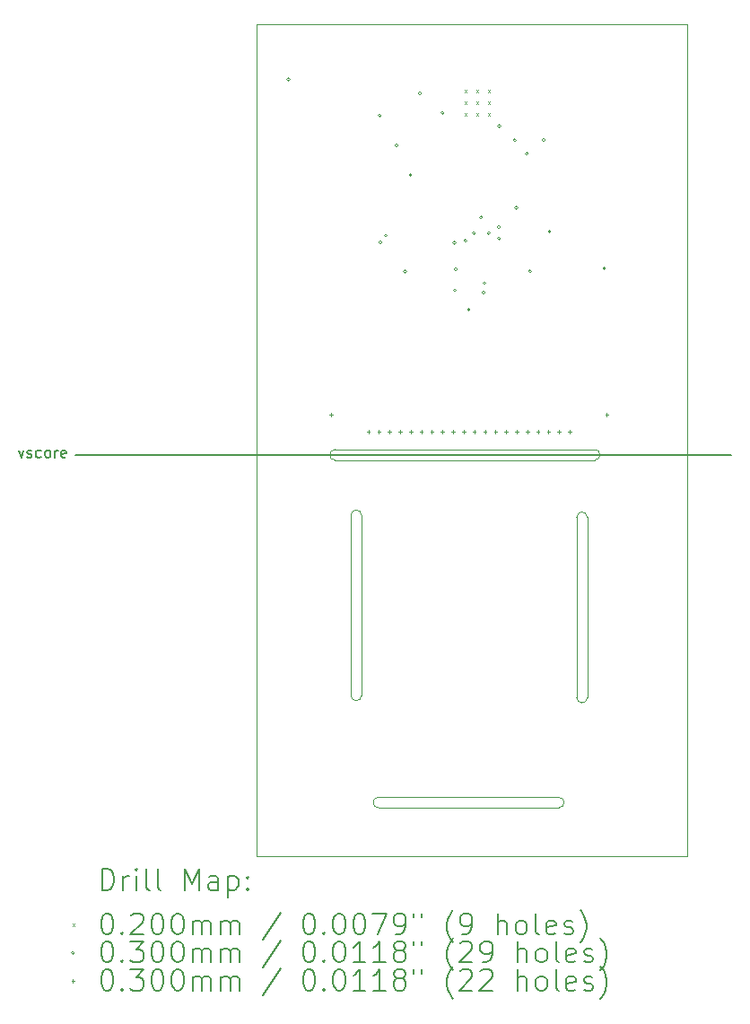
<source format=gbr>
%FSLAX45Y45*%
G04 Gerber Fmt 4.5, Leading zero omitted, Abs format (unit mm)*
G04 Created by KiCad (PCBNEW (6.0.5)) date 2022-06-13 12:49:53*
%MOMM*%
%LPD*%
G01*
G04 APERTURE LIST*
%TA.AperFunction,Profile*%
%ADD10C,0.100000*%
%TD*%
%ADD11C,0.150000*%
%TA.AperFunction,Profile*%
%ADD12C,0.150000*%
%TD*%
%ADD13C,0.200000*%
%ADD14C,0.020000*%
%ADD15C,0.030000*%
G04 APERTURE END LIST*
D10*
X11260000Y-12460000D02*
G75*
G03*
X11260000Y-12360000I0J50000D01*
G01*
X9560000Y-12360000D02*
G75*
G03*
X9560000Y-12460000I0J-50000D01*
G01*
X9560000Y-12360000D02*
X11260000Y-12360000D01*
X11260000Y-12460000D02*
X9560000Y-12460000D01*
X11530000Y-9720000D02*
G75*
G03*
X11430000Y-9720000I-50000J0D01*
G01*
X11430000Y-11420000D02*
G75*
G03*
X11530000Y-11420000I50000J0D01*
G01*
X11430000Y-11420000D02*
X11430000Y-9720000D01*
X11530000Y-9720000D02*
X11530000Y-11420000D01*
X9400000Y-9700000D02*
G75*
G03*
X9300000Y-9700000I-50000J0D01*
G01*
X9300000Y-11400000D02*
X9300000Y-9700000D01*
X9400000Y-9700000D02*
X9400000Y-11400000D01*
X9300000Y-11400000D02*
G75*
G03*
X9400000Y-11400000I50000J0D01*
G01*
X9150000Y-9080000D02*
G75*
G03*
X9150000Y-9180000I0J-50000D01*
G01*
X11600000Y-9180000D02*
G75*
G03*
X11600000Y-9080000I0J50000D01*
G01*
X11600000Y-9180000D02*
X9150000Y-9180000D01*
X9150000Y-9080000D02*
X11600000Y-9080000D01*
D11*
X6163809Y-9088571D02*
X6187619Y-9155238D01*
X6211428Y-9088571D01*
X6244762Y-9150476D02*
X6254286Y-9155238D01*
X6273333Y-9155238D01*
X6282857Y-9150476D01*
X6287619Y-9140952D01*
X6287619Y-9136190D01*
X6282857Y-9126667D01*
X6273333Y-9121905D01*
X6259048Y-9121905D01*
X6249524Y-9117143D01*
X6244762Y-9107619D01*
X6244762Y-9102857D01*
X6249524Y-9093333D01*
X6259048Y-9088571D01*
X6273333Y-9088571D01*
X6282857Y-9093333D01*
X6373333Y-9150476D02*
X6363809Y-9155238D01*
X6344762Y-9155238D01*
X6335238Y-9150476D01*
X6330476Y-9145714D01*
X6325714Y-9136190D01*
X6325714Y-9107619D01*
X6330476Y-9098095D01*
X6335238Y-9093333D01*
X6344762Y-9088571D01*
X6363809Y-9088571D01*
X6373333Y-9093333D01*
X6430476Y-9155238D02*
X6420952Y-9150476D01*
X6416190Y-9145714D01*
X6411428Y-9136190D01*
X6411428Y-9107619D01*
X6416190Y-9098095D01*
X6420952Y-9093333D01*
X6430476Y-9088571D01*
X6444762Y-9088571D01*
X6454286Y-9093333D01*
X6459048Y-9098095D01*
X6463809Y-9107619D01*
X6463809Y-9136190D01*
X6459048Y-9145714D01*
X6454286Y-9150476D01*
X6444762Y-9155238D01*
X6430476Y-9155238D01*
X6506667Y-9155238D02*
X6506667Y-9088571D01*
X6506667Y-9107619D02*
X6511428Y-9098095D01*
X6516190Y-9093333D01*
X6525714Y-9088571D01*
X6535238Y-9088571D01*
X6606667Y-9150476D02*
X6597143Y-9155238D01*
X6578095Y-9155238D01*
X6568571Y-9150476D01*
X6563809Y-9140952D01*
X6563809Y-9102857D01*
X6568571Y-9093333D01*
X6578095Y-9088571D01*
X6597143Y-9088571D01*
X6606667Y-9093333D01*
X6611428Y-9102857D01*
X6611428Y-9112381D01*
X6563809Y-9121905D01*
D12*
X12890000Y-9130000D02*
X6700000Y-9130000D01*
D10*
X8410000Y-5070000D02*
X12470000Y-5070000D01*
X12470000Y-5070000D02*
X12470000Y-12920000D01*
X12470000Y-12920000D02*
X8410000Y-12920000D01*
X8410000Y-12920000D02*
X8410000Y-5070000D01*
D13*
D14*
X10370000Y-5690000D02*
X10390000Y-5710000D01*
X10390000Y-5690000D02*
X10370000Y-5710000D01*
X10370000Y-5800000D02*
X10390000Y-5820000D01*
X10390000Y-5800000D02*
X10370000Y-5820000D01*
X10370000Y-5910000D02*
X10390000Y-5930000D01*
X10390000Y-5910000D02*
X10370000Y-5930000D01*
X10480000Y-5690000D02*
X10500000Y-5710000D01*
X10500000Y-5690000D02*
X10480000Y-5710000D01*
X10480000Y-5800000D02*
X10500000Y-5820000D01*
X10500000Y-5800000D02*
X10480000Y-5820000D01*
X10480000Y-5910000D02*
X10500000Y-5930000D01*
X10500000Y-5910000D02*
X10480000Y-5930000D01*
X10590000Y-5690000D02*
X10610000Y-5710000D01*
X10610000Y-5690000D02*
X10590000Y-5710000D01*
X10590000Y-5800000D02*
X10610000Y-5820000D01*
X10610000Y-5800000D02*
X10590000Y-5820000D01*
X10590000Y-5910000D02*
X10610000Y-5930000D01*
X10610000Y-5910000D02*
X10590000Y-5930000D01*
D15*
X8725050Y-5590000D02*
G75*
G03*
X8725050Y-5590000I-15000J0D01*
G01*
X9585000Y-5930000D02*
G75*
G03*
X9585000Y-5930000I-15000J0D01*
G01*
X9593143Y-7125201D02*
G75*
G03*
X9593143Y-7125201I-15000J0D01*
G01*
X9642609Y-7062391D02*
G75*
G03*
X9642609Y-7062391I-15000J0D01*
G01*
X9745000Y-6210000D02*
G75*
G03*
X9745000Y-6210000I-15000J0D01*
G01*
X9825000Y-7400000D02*
G75*
G03*
X9825000Y-7400000I-15000J0D01*
G01*
X9875000Y-6490000D02*
G75*
G03*
X9875000Y-6490000I-15000J0D01*
G01*
X9965000Y-5720000D02*
G75*
G03*
X9965000Y-5720000I-15000J0D01*
G01*
X10179950Y-5905084D02*
G75*
G03*
X10179950Y-5905084I-15000J0D01*
G01*
X10290848Y-7129370D02*
G75*
G03*
X10290848Y-7129370I-15000J0D01*
G01*
X10295000Y-7577550D02*
G75*
G03*
X10295000Y-7577550I-15000J0D01*
G01*
X10305000Y-7379851D02*
G75*
G03*
X10305000Y-7379851I-15000J0D01*
G01*
X10395000Y-7110000D02*
G75*
G03*
X10395000Y-7110000I-15000J0D01*
G01*
X10425000Y-7760000D02*
G75*
G03*
X10425000Y-7760000I-15000J0D01*
G01*
X10475000Y-7040000D02*
G75*
G03*
X10475000Y-7040000I-15000J0D01*
G01*
X10544853Y-6890147D02*
G75*
G03*
X10544853Y-6890147I-15000J0D01*
G01*
X10565000Y-7600000D02*
G75*
G03*
X10565000Y-7600000I-15000J0D01*
G01*
X10575000Y-7510000D02*
G75*
G03*
X10575000Y-7510000I-15000J0D01*
G01*
X10615000Y-7040000D02*
G75*
G03*
X10615000Y-7040000I-15000J0D01*
G01*
X10710949Y-7088511D02*
G75*
G03*
X10710949Y-7088511I-15000J0D01*
G01*
X10711071Y-6982394D02*
G75*
G03*
X10711071Y-6982394I-15000J0D01*
G01*
X10715000Y-6030000D02*
G75*
G03*
X10715000Y-6030000I-15000J0D01*
G01*
X10859950Y-6160964D02*
G75*
G03*
X10859950Y-6160964I-15000J0D01*
G01*
X10875000Y-6800000D02*
G75*
G03*
X10875000Y-6800000I-15000J0D01*
G01*
X10975000Y-6290000D02*
G75*
G03*
X10975000Y-6290000I-15000J0D01*
G01*
X11005000Y-7400000D02*
G75*
G03*
X11005000Y-7400000I-15000J0D01*
G01*
X11135000Y-6160000D02*
G75*
G03*
X11135000Y-6160000I-15000J0D01*
G01*
X11187808Y-7022808D02*
G75*
G03*
X11187808Y-7022808I-15000J0D01*
G01*
X11705000Y-7370000D02*
G75*
G03*
X11705000Y-7370000I-15000J0D01*
G01*
X9114000Y-8735000D02*
X9114000Y-8765000D01*
X9099000Y-8750000D02*
X9129000Y-8750000D01*
X9464000Y-8895000D02*
X9464000Y-8925000D01*
X9449000Y-8910000D02*
X9479000Y-8910000D01*
X9564000Y-8895000D02*
X9564000Y-8925000D01*
X9549000Y-8910000D02*
X9579000Y-8910000D01*
X9664000Y-8895000D02*
X9664000Y-8925000D01*
X9649000Y-8910000D02*
X9679000Y-8910000D01*
X9764000Y-8895000D02*
X9764000Y-8925000D01*
X9749000Y-8910000D02*
X9779000Y-8910000D01*
X9864000Y-8895000D02*
X9864000Y-8925000D01*
X9849000Y-8910000D02*
X9879000Y-8910000D01*
X9964000Y-8895000D02*
X9964000Y-8925000D01*
X9949000Y-8910000D02*
X9979000Y-8910000D01*
X10064000Y-8895000D02*
X10064000Y-8925000D01*
X10049000Y-8910000D02*
X10079000Y-8910000D01*
X10164000Y-8895000D02*
X10164000Y-8925000D01*
X10149000Y-8910000D02*
X10179000Y-8910000D01*
X10264000Y-8895000D02*
X10264000Y-8925000D01*
X10249000Y-8910000D02*
X10279000Y-8910000D01*
X10364000Y-8895000D02*
X10364000Y-8925000D01*
X10349000Y-8910000D02*
X10379000Y-8910000D01*
X10464000Y-8895000D02*
X10464000Y-8925000D01*
X10449000Y-8910000D02*
X10479000Y-8910000D01*
X10564000Y-8895000D02*
X10564000Y-8925000D01*
X10549000Y-8910000D02*
X10579000Y-8910000D01*
X10664000Y-8895000D02*
X10664000Y-8925000D01*
X10649000Y-8910000D02*
X10679000Y-8910000D01*
X10764000Y-8895000D02*
X10764000Y-8925000D01*
X10749000Y-8910000D02*
X10779000Y-8910000D01*
X10864000Y-8895000D02*
X10864000Y-8925000D01*
X10849000Y-8910000D02*
X10879000Y-8910000D01*
X10964000Y-8895000D02*
X10964000Y-8925000D01*
X10949000Y-8910000D02*
X10979000Y-8910000D01*
X11064000Y-8895000D02*
X11064000Y-8925000D01*
X11049000Y-8910000D02*
X11079000Y-8910000D01*
X11164000Y-8895000D02*
X11164000Y-8925000D01*
X11149000Y-8910000D02*
X11179000Y-8910000D01*
X11264000Y-8895000D02*
X11264000Y-8925000D01*
X11249000Y-8910000D02*
X11279000Y-8910000D01*
X11364000Y-8895000D02*
X11364000Y-8925000D01*
X11349000Y-8910000D02*
X11379000Y-8910000D01*
X11714000Y-8735000D02*
X11714000Y-8765000D01*
X11699000Y-8750000D02*
X11729000Y-8750000D01*
D13*
X6950119Y-13235476D02*
X6950119Y-13035476D01*
X6997738Y-13035476D01*
X7026309Y-13045000D01*
X7045357Y-13064048D01*
X7054881Y-13083095D01*
X7064405Y-13121190D01*
X7064405Y-13149762D01*
X7054881Y-13187857D01*
X7045357Y-13206905D01*
X7026309Y-13225952D01*
X6997738Y-13235476D01*
X6950119Y-13235476D01*
X7150119Y-13235476D02*
X7150119Y-13102143D01*
X7150119Y-13140238D02*
X7159643Y-13121190D01*
X7169167Y-13111667D01*
X7188214Y-13102143D01*
X7207262Y-13102143D01*
X7273928Y-13235476D02*
X7273928Y-13102143D01*
X7273928Y-13035476D02*
X7264405Y-13045000D01*
X7273928Y-13054524D01*
X7283452Y-13045000D01*
X7273928Y-13035476D01*
X7273928Y-13054524D01*
X7397738Y-13235476D02*
X7378690Y-13225952D01*
X7369167Y-13206905D01*
X7369167Y-13035476D01*
X7502500Y-13235476D02*
X7483452Y-13225952D01*
X7473928Y-13206905D01*
X7473928Y-13035476D01*
X7731071Y-13235476D02*
X7731071Y-13035476D01*
X7797738Y-13178333D01*
X7864405Y-13035476D01*
X7864405Y-13235476D01*
X8045357Y-13235476D02*
X8045357Y-13130714D01*
X8035833Y-13111667D01*
X8016786Y-13102143D01*
X7978690Y-13102143D01*
X7959643Y-13111667D01*
X8045357Y-13225952D02*
X8026309Y-13235476D01*
X7978690Y-13235476D01*
X7959643Y-13225952D01*
X7950119Y-13206905D01*
X7950119Y-13187857D01*
X7959643Y-13168809D01*
X7978690Y-13159286D01*
X8026309Y-13159286D01*
X8045357Y-13149762D01*
X8140595Y-13102143D02*
X8140595Y-13302143D01*
X8140595Y-13111667D02*
X8159643Y-13102143D01*
X8197738Y-13102143D01*
X8216786Y-13111667D01*
X8226309Y-13121190D01*
X8235833Y-13140238D01*
X8235833Y-13197381D01*
X8226309Y-13216428D01*
X8216786Y-13225952D01*
X8197738Y-13235476D01*
X8159643Y-13235476D01*
X8140595Y-13225952D01*
X8321548Y-13216428D02*
X8331071Y-13225952D01*
X8321548Y-13235476D01*
X8312024Y-13225952D01*
X8321548Y-13216428D01*
X8321548Y-13235476D01*
X8321548Y-13111667D02*
X8331071Y-13121190D01*
X8321548Y-13130714D01*
X8312024Y-13121190D01*
X8321548Y-13111667D01*
X8321548Y-13130714D01*
D14*
X6672500Y-13555000D02*
X6692500Y-13575000D01*
X6692500Y-13555000D02*
X6672500Y-13575000D01*
D13*
X6988214Y-13455476D02*
X7007262Y-13455476D01*
X7026309Y-13465000D01*
X7035833Y-13474524D01*
X7045357Y-13493571D01*
X7054881Y-13531667D01*
X7054881Y-13579286D01*
X7045357Y-13617381D01*
X7035833Y-13636428D01*
X7026309Y-13645952D01*
X7007262Y-13655476D01*
X6988214Y-13655476D01*
X6969167Y-13645952D01*
X6959643Y-13636428D01*
X6950119Y-13617381D01*
X6940595Y-13579286D01*
X6940595Y-13531667D01*
X6950119Y-13493571D01*
X6959643Y-13474524D01*
X6969167Y-13465000D01*
X6988214Y-13455476D01*
X7140595Y-13636428D02*
X7150119Y-13645952D01*
X7140595Y-13655476D01*
X7131071Y-13645952D01*
X7140595Y-13636428D01*
X7140595Y-13655476D01*
X7226309Y-13474524D02*
X7235833Y-13465000D01*
X7254881Y-13455476D01*
X7302500Y-13455476D01*
X7321548Y-13465000D01*
X7331071Y-13474524D01*
X7340595Y-13493571D01*
X7340595Y-13512619D01*
X7331071Y-13541190D01*
X7216786Y-13655476D01*
X7340595Y-13655476D01*
X7464405Y-13455476D02*
X7483452Y-13455476D01*
X7502500Y-13465000D01*
X7512024Y-13474524D01*
X7521548Y-13493571D01*
X7531071Y-13531667D01*
X7531071Y-13579286D01*
X7521548Y-13617381D01*
X7512024Y-13636428D01*
X7502500Y-13645952D01*
X7483452Y-13655476D01*
X7464405Y-13655476D01*
X7445357Y-13645952D01*
X7435833Y-13636428D01*
X7426309Y-13617381D01*
X7416786Y-13579286D01*
X7416786Y-13531667D01*
X7426309Y-13493571D01*
X7435833Y-13474524D01*
X7445357Y-13465000D01*
X7464405Y-13455476D01*
X7654881Y-13455476D02*
X7673928Y-13455476D01*
X7692976Y-13465000D01*
X7702500Y-13474524D01*
X7712024Y-13493571D01*
X7721548Y-13531667D01*
X7721548Y-13579286D01*
X7712024Y-13617381D01*
X7702500Y-13636428D01*
X7692976Y-13645952D01*
X7673928Y-13655476D01*
X7654881Y-13655476D01*
X7635833Y-13645952D01*
X7626309Y-13636428D01*
X7616786Y-13617381D01*
X7607262Y-13579286D01*
X7607262Y-13531667D01*
X7616786Y-13493571D01*
X7626309Y-13474524D01*
X7635833Y-13465000D01*
X7654881Y-13455476D01*
X7807262Y-13655476D02*
X7807262Y-13522143D01*
X7807262Y-13541190D02*
X7816786Y-13531667D01*
X7835833Y-13522143D01*
X7864405Y-13522143D01*
X7883452Y-13531667D01*
X7892976Y-13550714D01*
X7892976Y-13655476D01*
X7892976Y-13550714D02*
X7902500Y-13531667D01*
X7921548Y-13522143D01*
X7950119Y-13522143D01*
X7969167Y-13531667D01*
X7978690Y-13550714D01*
X7978690Y-13655476D01*
X8073928Y-13655476D02*
X8073928Y-13522143D01*
X8073928Y-13541190D02*
X8083452Y-13531667D01*
X8102500Y-13522143D01*
X8131071Y-13522143D01*
X8150119Y-13531667D01*
X8159643Y-13550714D01*
X8159643Y-13655476D01*
X8159643Y-13550714D02*
X8169167Y-13531667D01*
X8188214Y-13522143D01*
X8216786Y-13522143D01*
X8235833Y-13531667D01*
X8245357Y-13550714D01*
X8245357Y-13655476D01*
X8635833Y-13445952D02*
X8464405Y-13703095D01*
X8892976Y-13455476D02*
X8912024Y-13455476D01*
X8931071Y-13465000D01*
X8940595Y-13474524D01*
X8950119Y-13493571D01*
X8959643Y-13531667D01*
X8959643Y-13579286D01*
X8950119Y-13617381D01*
X8940595Y-13636428D01*
X8931071Y-13645952D01*
X8912024Y-13655476D01*
X8892976Y-13655476D01*
X8873929Y-13645952D01*
X8864405Y-13636428D01*
X8854881Y-13617381D01*
X8845357Y-13579286D01*
X8845357Y-13531667D01*
X8854881Y-13493571D01*
X8864405Y-13474524D01*
X8873929Y-13465000D01*
X8892976Y-13455476D01*
X9045357Y-13636428D02*
X9054881Y-13645952D01*
X9045357Y-13655476D01*
X9035833Y-13645952D01*
X9045357Y-13636428D01*
X9045357Y-13655476D01*
X9178690Y-13455476D02*
X9197738Y-13455476D01*
X9216786Y-13465000D01*
X9226310Y-13474524D01*
X9235833Y-13493571D01*
X9245357Y-13531667D01*
X9245357Y-13579286D01*
X9235833Y-13617381D01*
X9226310Y-13636428D01*
X9216786Y-13645952D01*
X9197738Y-13655476D01*
X9178690Y-13655476D01*
X9159643Y-13645952D01*
X9150119Y-13636428D01*
X9140595Y-13617381D01*
X9131071Y-13579286D01*
X9131071Y-13531667D01*
X9140595Y-13493571D01*
X9150119Y-13474524D01*
X9159643Y-13465000D01*
X9178690Y-13455476D01*
X9369167Y-13455476D02*
X9388214Y-13455476D01*
X9407262Y-13465000D01*
X9416786Y-13474524D01*
X9426310Y-13493571D01*
X9435833Y-13531667D01*
X9435833Y-13579286D01*
X9426310Y-13617381D01*
X9416786Y-13636428D01*
X9407262Y-13645952D01*
X9388214Y-13655476D01*
X9369167Y-13655476D01*
X9350119Y-13645952D01*
X9340595Y-13636428D01*
X9331071Y-13617381D01*
X9321548Y-13579286D01*
X9321548Y-13531667D01*
X9331071Y-13493571D01*
X9340595Y-13474524D01*
X9350119Y-13465000D01*
X9369167Y-13455476D01*
X9502500Y-13455476D02*
X9635833Y-13455476D01*
X9550119Y-13655476D01*
X9721548Y-13655476D02*
X9759643Y-13655476D01*
X9778690Y-13645952D01*
X9788214Y-13636428D01*
X9807262Y-13607857D01*
X9816786Y-13569762D01*
X9816786Y-13493571D01*
X9807262Y-13474524D01*
X9797738Y-13465000D01*
X9778690Y-13455476D01*
X9740595Y-13455476D01*
X9721548Y-13465000D01*
X9712024Y-13474524D01*
X9702500Y-13493571D01*
X9702500Y-13541190D01*
X9712024Y-13560238D01*
X9721548Y-13569762D01*
X9740595Y-13579286D01*
X9778690Y-13579286D01*
X9797738Y-13569762D01*
X9807262Y-13560238D01*
X9816786Y-13541190D01*
X9892976Y-13455476D02*
X9892976Y-13493571D01*
X9969167Y-13455476D02*
X9969167Y-13493571D01*
X10264405Y-13731667D02*
X10254881Y-13722143D01*
X10235833Y-13693571D01*
X10226310Y-13674524D01*
X10216786Y-13645952D01*
X10207262Y-13598333D01*
X10207262Y-13560238D01*
X10216786Y-13512619D01*
X10226310Y-13484048D01*
X10235833Y-13465000D01*
X10254881Y-13436428D01*
X10264405Y-13426905D01*
X10350119Y-13655476D02*
X10388214Y-13655476D01*
X10407262Y-13645952D01*
X10416786Y-13636428D01*
X10435833Y-13607857D01*
X10445357Y-13569762D01*
X10445357Y-13493571D01*
X10435833Y-13474524D01*
X10426310Y-13465000D01*
X10407262Y-13455476D01*
X10369167Y-13455476D01*
X10350119Y-13465000D01*
X10340595Y-13474524D01*
X10331071Y-13493571D01*
X10331071Y-13541190D01*
X10340595Y-13560238D01*
X10350119Y-13569762D01*
X10369167Y-13579286D01*
X10407262Y-13579286D01*
X10426310Y-13569762D01*
X10435833Y-13560238D01*
X10445357Y-13541190D01*
X10683452Y-13655476D02*
X10683452Y-13455476D01*
X10769167Y-13655476D02*
X10769167Y-13550714D01*
X10759643Y-13531667D01*
X10740595Y-13522143D01*
X10712024Y-13522143D01*
X10692976Y-13531667D01*
X10683452Y-13541190D01*
X10892976Y-13655476D02*
X10873929Y-13645952D01*
X10864405Y-13636428D01*
X10854881Y-13617381D01*
X10854881Y-13560238D01*
X10864405Y-13541190D01*
X10873929Y-13531667D01*
X10892976Y-13522143D01*
X10921548Y-13522143D01*
X10940595Y-13531667D01*
X10950119Y-13541190D01*
X10959643Y-13560238D01*
X10959643Y-13617381D01*
X10950119Y-13636428D01*
X10940595Y-13645952D01*
X10921548Y-13655476D01*
X10892976Y-13655476D01*
X11073929Y-13655476D02*
X11054881Y-13645952D01*
X11045357Y-13626905D01*
X11045357Y-13455476D01*
X11226309Y-13645952D02*
X11207262Y-13655476D01*
X11169167Y-13655476D01*
X11150119Y-13645952D01*
X11140595Y-13626905D01*
X11140595Y-13550714D01*
X11150119Y-13531667D01*
X11169167Y-13522143D01*
X11207262Y-13522143D01*
X11226309Y-13531667D01*
X11235833Y-13550714D01*
X11235833Y-13569762D01*
X11140595Y-13588809D01*
X11312024Y-13645952D02*
X11331071Y-13655476D01*
X11369167Y-13655476D01*
X11388214Y-13645952D01*
X11397738Y-13626905D01*
X11397738Y-13617381D01*
X11388214Y-13598333D01*
X11369167Y-13588809D01*
X11340595Y-13588809D01*
X11321548Y-13579286D01*
X11312024Y-13560238D01*
X11312024Y-13550714D01*
X11321548Y-13531667D01*
X11340595Y-13522143D01*
X11369167Y-13522143D01*
X11388214Y-13531667D01*
X11464405Y-13731667D02*
X11473928Y-13722143D01*
X11492976Y-13693571D01*
X11502500Y-13674524D01*
X11512024Y-13645952D01*
X11521548Y-13598333D01*
X11521548Y-13560238D01*
X11512024Y-13512619D01*
X11502500Y-13484048D01*
X11492976Y-13465000D01*
X11473928Y-13436428D01*
X11464405Y-13426905D01*
D15*
X6692500Y-13829000D02*
G75*
G03*
X6692500Y-13829000I-15000J0D01*
G01*
D13*
X6988214Y-13719476D02*
X7007262Y-13719476D01*
X7026309Y-13729000D01*
X7035833Y-13738524D01*
X7045357Y-13757571D01*
X7054881Y-13795667D01*
X7054881Y-13843286D01*
X7045357Y-13881381D01*
X7035833Y-13900428D01*
X7026309Y-13909952D01*
X7007262Y-13919476D01*
X6988214Y-13919476D01*
X6969167Y-13909952D01*
X6959643Y-13900428D01*
X6950119Y-13881381D01*
X6940595Y-13843286D01*
X6940595Y-13795667D01*
X6950119Y-13757571D01*
X6959643Y-13738524D01*
X6969167Y-13729000D01*
X6988214Y-13719476D01*
X7140595Y-13900428D02*
X7150119Y-13909952D01*
X7140595Y-13919476D01*
X7131071Y-13909952D01*
X7140595Y-13900428D01*
X7140595Y-13919476D01*
X7216786Y-13719476D02*
X7340595Y-13719476D01*
X7273928Y-13795667D01*
X7302500Y-13795667D01*
X7321548Y-13805190D01*
X7331071Y-13814714D01*
X7340595Y-13833762D01*
X7340595Y-13881381D01*
X7331071Y-13900428D01*
X7321548Y-13909952D01*
X7302500Y-13919476D01*
X7245357Y-13919476D01*
X7226309Y-13909952D01*
X7216786Y-13900428D01*
X7464405Y-13719476D02*
X7483452Y-13719476D01*
X7502500Y-13729000D01*
X7512024Y-13738524D01*
X7521548Y-13757571D01*
X7531071Y-13795667D01*
X7531071Y-13843286D01*
X7521548Y-13881381D01*
X7512024Y-13900428D01*
X7502500Y-13909952D01*
X7483452Y-13919476D01*
X7464405Y-13919476D01*
X7445357Y-13909952D01*
X7435833Y-13900428D01*
X7426309Y-13881381D01*
X7416786Y-13843286D01*
X7416786Y-13795667D01*
X7426309Y-13757571D01*
X7435833Y-13738524D01*
X7445357Y-13729000D01*
X7464405Y-13719476D01*
X7654881Y-13719476D02*
X7673928Y-13719476D01*
X7692976Y-13729000D01*
X7702500Y-13738524D01*
X7712024Y-13757571D01*
X7721548Y-13795667D01*
X7721548Y-13843286D01*
X7712024Y-13881381D01*
X7702500Y-13900428D01*
X7692976Y-13909952D01*
X7673928Y-13919476D01*
X7654881Y-13919476D01*
X7635833Y-13909952D01*
X7626309Y-13900428D01*
X7616786Y-13881381D01*
X7607262Y-13843286D01*
X7607262Y-13795667D01*
X7616786Y-13757571D01*
X7626309Y-13738524D01*
X7635833Y-13729000D01*
X7654881Y-13719476D01*
X7807262Y-13919476D02*
X7807262Y-13786143D01*
X7807262Y-13805190D02*
X7816786Y-13795667D01*
X7835833Y-13786143D01*
X7864405Y-13786143D01*
X7883452Y-13795667D01*
X7892976Y-13814714D01*
X7892976Y-13919476D01*
X7892976Y-13814714D02*
X7902500Y-13795667D01*
X7921548Y-13786143D01*
X7950119Y-13786143D01*
X7969167Y-13795667D01*
X7978690Y-13814714D01*
X7978690Y-13919476D01*
X8073928Y-13919476D02*
X8073928Y-13786143D01*
X8073928Y-13805190D02*
X8083452Y-13795667D01*
X8102500Y-13786143D01*
X8131071Y-13786143D01*
X8150119Y-13795667D01*
X8159643Y-13814714D01*
X8159643Y-13919476D01*
X8159643Y-13814714D02*
X8169167Y-13795667D01*
X8188214Y-13786143D01*
X8216786Y-13786143D01*
X8235833Y-13795667D01*
X8245357Y-13814714D01*
X8245357Y-13919476D01*
X8635833Y-13709952D02*
X8464405Y-13967095D01*
X8892976Y-13719476D02*
X8912024Y-13719476D01*
X8931071Y-13729000D01*
X8940595Y-13738524D01*
X8950119Y-13757571D01*
X8959643Y-13795667D01*
X8959643Y-13843286D01*
X8950119Y-13881381D01*
X8940595Y-13900428D01*
X8931071Y-13909952D01*
X8912024Y-13919476D01*
X8892976Y-13919476D01*
X8873929Y-13909952D01*
X8864405Y-13900428D01*
X8854881Y-13881381D01*
X8845357Y-13843286D01*
X8845357Y-13795667D01*
X8854881Y-13757571D01*
X8864405Y-13738524D01*
X8873929Y-13729000D01*
X8892976Y-13719476D01*
X9045357Y-13900428D02*
X9054881Y-13909952D01*
X9045357Y-13919476D01*
X9035833Y-13909952D01*
X9045357Y-13900428D01*
X9045357Y-13919476D01*
X9178690Y-13719476D02*
X9197738Y-13719476D01*
X9216786Y-13729000D01*
X9226310Y-13738524D01*
X9235833Y-13757571D01*
X9245357Y-13795667D01*
X9245357Y-13843286D01*
X9235833Y-13881381D01*
X9226310Y-13900428D01*
X9216786Y-13909952D01*
X9197738Y-13919476D01*
X9178690Y-13919476D01*
X9159643Y-13909952D01*
X9150119Y-13900428D01*
X9140595Y-13881381D01*
X9131071Y-13843286D01*
X9131071Y-13795667D01*
X9140595Y-13757571D01*
X9150119Y-13738524D01*
X9159643Y-13729000D01*
X9178690Y-13719476D01*
X9435833Y-13919476D02*
X9321548Y-13919476D01*
X9378690Y-13919476D02*
X9378690Y-13719476D01*
X9359643Y-13748048D01*
X9340595Y-13767095D01*
X9321548Y-13776619D01*
X9626310Y-13919476D02*
X9512024Y-13919476D01*
X9569167Y-13919476D02*
X9569167Y-13719476D01*
X9550119Y-13748048D01*
X9531071Y-13767095D01*
X9512024Y-13776619D01*
X9740595Y-13805190D02*
X9721548Y-13795667D01*
X9712024Y-13786143D01*
X9702500Y-13767095D01*
X9702500Y-13757571D01*
X9712024Y-13738524D01*
X9721548Y-13729000D01*
X9740595Y-13719476D01*
X9778690Y-13719476D01*
X9797738Y-13729000D01*
X9807262Y-13738524D01*
X9816786Y-13757571D01*
X9816786Y-13767095D01*
X9807262Y-13786143D01*
X9797738Y-13795667D01*
X9778690Y-13805190D01*
X9740595Y-13805190D01*
X9721548Y-13814714D01*
X9712024Y-13824238D01*
X9702500Y-13843286D01*
X9702500Y-13881381D01*
X9712024Y-13900428D01*
X9721548Y-13909952D01*
X9740595Y-13919476D01*
X9778690Y-13919476D01*
X9797738Y-13909952D01*
X9807262Y-13900428D01*
X9816786Y-13881381D01*
X9816786Y-13843286D01*
X9807262Y-13824238D01*
X9797738Y-13814714D01*
X9778690Y-13805190D01*
X9892976Y-13719476D02*
X9892976Y-13757571D01*
X9969167Y-13719476D02*
X9969167Y-13757571D01*
X10264405Y-13995667D02*
X10254881Y-13986143D01*
X10235833Y-13957571D01*
X10226310Y-13938524D01*
X10216786Y-13909952D01*
X10207262Y-13862333D01*
X10207262Y-13824238D01*
X10216786Y-13776619D01*
X10226310Y-13748048D01*
X10235833Y-13729000D01*
X10254881Y-13700428D01*
X10264405Y-13690905D01*
X10331071Y-13738524D02*
X10340595Y-13729000D01*
X10359643Y-13719476D01*
X10407262Y-13719476D01*
X10426310Y-13729000D01*
X10435833Y-13738524D01*
X10445357Y-13757571D01*
X10445357Y-13776619D01*
X10435833Y-13805190D01*
X10321548Y-13919476D01*
X10445357Y-13919476D01*
X10540595Y-13919476D02*
X10578690Y-13919476D01*
X10597738Y-13909952D01*
X10607262Y-13900428D01*
X10626310Y-13871857D01*
X10635833Y-13833762D01*
X10635833Y-13757571D01*
X10626310Y-13738524D01*
X10616786Y-13729000D01*
X10597738Y-13719476D01*
X10559643Y-13719476D01*
X10540595Y-13729000D01*
X10531071Y-13738524D01*
X10521548Y-13757571D01*
X10521548Y-13805190D01*
X10531071Y-13824238D01*
X10540595Y-13833762D01*
X10559643Y-13843286D01*
X10597738Y-13843286D01*
X10616786Y-13833762D01*
X10626310Y-13824238D01*
X10635833Y-13805190D01*
X10873929Y-13919476D02*
X10873929Y-13719476D01*
X10959643Y-13919476D02*
X10959643Y-13814714D01*
X10950119Y-13795667D01*
X10931071Y-13786143D01*
X10902500Y-13786143D01*
X10883452Y-13795667D01*
X10873929Y-13805190D01*
X11083452Y-13919476D02*
X11064405Y-13909952D01*
X11054881Y-13900428D01*
X11045357Y-13881381D01*
X11045357Y-13824238D01*
X11054881Y-13805190D01*
X11064405Y-13795667D01*
X11083452Y-13786143D01*
X11112024Y-13786143D01*
X11131071Y-13795667D01*
X11140595Y-13805190D01*
X11150119Y-13824238D01*
X11150119Y-13881381D01*
X11140595Y-13900428D01*
X11131071Y-13909952D01*
X11112024Y-13919476D01*
X11083452Y-13919476D01*
X11264405Y-13919476D02*
X11245357Y-13909952D01*
X11235833Y-13890905D01*
X11235833Y-13719476D01*
X11416786Y-13909952D02*
X11397738Y-13919476D01*
X11359643Y-13919476D01*
X11340595Y-13909952D01*
X11331071Y-13890905D01*
X11331071Y-13814714D01*
X11340595Y-13795667D01*
X11359643Y-13786143D01*
X11397738Y-13786143D01*
X11416786Y-13795667D01*
X11426309Y-13814714D01*
X11426309Y-13833762D01*
X11331071Y-13852809D01*
X11502500Y-13909952D02*
X11521548Y-13919476D01*
X11559643Y-13919476D01*
X11578690Y-13909952D01*
X11588214Y-13890905D01*
X11588214Y-13881381D01*
X11578690Y-13862333D01*
X11559643Y-13852809D01*
X11531071Y-13852809D01*
X11512024Y-13843286D01*
X11502500Y-13824238D01*
X11502500Y-13814714D01*
X11512024Y-13795667D01*
X11531071Y-13786143D01*
X11559643Y-13786143D01*
X11578690Y-13795667D01*
X11654881Y-13995667D02*
X11664405Y-13986143D01*
X11683452Y-13957571D01*
X11692976Y-13938524D01*
X11702500Y-13909952D01*
X11712024Y-13862333D01*
X11712024Y-13824238D01*
X11702500Y-13776619D01*
X11692976Y-13748048D01*
X11683452Y-13729000D01*
X11664405Y-13700428D01*
X11654881Y-13690905D01*
D15*
X6677500Y-14078000D02*
X6677500Y-14108000D01*
X6662500Y-14093000D02*
X6692500Y-14093000D01*
D13*
X6988214Y-13983476D02*
X7007262Y-13983476D01*
X7026309Y-13993000D01*
X7035833Y-14002524D01*
X7045357Y-14021571D01*
X7054881Y-14059667D01*
X7054881Y-14107286D01*
X7045357Y-14145381D01*
X7035833Y-14164428D01*
X7026309Y-14173952D01*
X7007262Y-14183476D01*
X6988214Y-14183476D01*
X6969167Y-14173952D01*
X6959643Y-14164428D01*
X6950119Y-14145381D01*
X6940595Y-14107286D01*
X6940595Y-14059667D01*
X6950119Y-14021571D01*
X6959643Y-14002524D01*
X6969167Y-13993000D01*
X6988214Y-13983476D01*
X7140595Y-14164428D02*
X7150119Y-14173952D01*
X7140595Y-14183476D01*
X7131071Y-14173952D01*
X7140595Y-14164428D01*
X7140595Y-14183476D01*
X7216786Y-13983476D02*
X7340595Y-13983476D01*
X7273928Y-14059667D01*
X7302500Y-14059667D01*
X7321548Y-14069190D01*
X7331071Y-14078714D01*
X7340595Y-14097762D01*
X7340595Y-14145381D01*
X7331071Y-14164428D01*
X7321548Y-14173952D01*
X7302500Y-14183476D01*
X7245357Y-14183476D01*
X7226309Y-14173952D01*
X7216786Y-14164428D01*
X7464405Y-13983476D02*
X7483452Y-13983476D01*
X7502500Y-13993000D01*
X7512024Y-14002524D01*
X7521548Y-14021571D01*
X7531071Y-14059667D01*
X7531071Y-14107286D01*
X7521548Y-14145381D01*
X7512024Y-14164428D01*
X7502500Y-14173952D01*
X7483452Y-14183476D01*
X7464405Y-14183476D01*
X7445357Y-14173952D01*
X7435833Y-14164428D01*
X7426309Y-14145381D01*
X7416786Y-14107286D01*
X7416786Y-14059667D01*
X7426309Y-14021571D01*
X7435833Y-14002524D01*
X7445357Y-13993000D01*
X7464405Y-13983476D01*
X7654881Y-13983476D02*
X7673928Y-13983476D01*
X7692976Y-13993000D01*
X7702500Y-14002524D01*
X7712024Y-14021571D01*
X7721548Y-14059667D01*
X7721548Y-14107286D01*
X7712024Y-14145381D01*
X7702500Y-14164428D01*
X7692976Y-14173952D01*
X7673928Y-14183476D01*
X7654881Y-14183476D01*
X7635833Y-14173952D01*
X7626309Y-14164428D01*
X7616786Y-14145381D01*
X7607262Y-14107286D01*
X7607262Y-14059667D01*
X7616786Y-14021571D01*
X7626309Y-14002524D01*
X7635833Y-13993000D01*
X7654881Y-13983476D01*
X7807262Y-14183476D02*
X7807262Y-14050143D01*
X7807262Y-14069190D02*
X7816786Y-14059667D01*
X7835833Y-14050143D01*
X7864405Y-14050143D01*
X7883452Y-14059667D01*
X7892976Y-14078714D01*
X7892976Y-14183476D01*
X7892976Y-14078714D02*
X7902500Y-14059667D01*
X7921548Y-14050143D01*
X7950119Y-14050143D01*
X7969167Y-14059667D01*
X7978690Y-14078714D01*
X7978690Y-14183476D01*
X8073928Y-14183476D02*
X8073928Y-14050143D01*
X8073928Y-14069190D02*
X8083452Y-14059667D01*
X8102500Y-14050143D01*
X8131071Y-14050143D01*
X8150119Y-14059667D01*
X8159643Y-14078714D01*
X8159643Y-14183476D01*
X8159643Y-14078714D02*
X8169167Y-14059667D01*
X8188214Y-14050143D01*
X8216786Y-14050143D01*
X8235833Y-14059667D01*
X8245357Y-14078714D01*
X8245357Y-14183476D01*
X8635833Y-13973952D02*
X8464405Y-14231095D01*
X8892976Y-13983476D02*
X8912024Y-13983476D01*
X8931071Y-13993000D01*
X8940595Y-14002524D01*
X8950119Y-14021571D01*
X8959643Y-14059667D01*
X8959643Y-14107286D01*
X8950119Y-14145381D01*
X8940595Y-14164428D01*
X8931071Y-14173952D01*
X8912024Y-14183476D01*
X8892976Y-14183476D01*
X8873929Y-14173952D01*
X8864405Y-14164428D01*
X8854881Y-14145381D01*
X8845357Y-14107286D01*
X8845357Y-14059667D01*
X8854881Y-14021571D01*
X8864405Y-14002524D01*
X8873929Y-13993000D01*
X8892976Y-13983476D01*
X9045357Y-14164428D02*
X9054881Y-14173952D01*
X9045357Y-14183476D01*
X9035833Y-14173952D01*
X9045357Y-14164428D01*
X9045357Y-14183476D01*
X9178690Y-13983476D02*
X9197738Y-13983476D01*
X9216786Y-13993000D01*
X9226310Y-14002524D01*
X9235833Y-14021571D01*
X9245357Y-14059667D01*
X9245357Y-14107286D01*
X9235833Y-14145381D01*
X9226310Y-14164428D01*
X9216786Y-14173952D01*
X9197738Y-14183476D01*
X9178690Y-14183476D01*
X9159643Y-14173952D01*
X9150119Y-14164428D01*
X9140595Y-14145381D01*
X9131071Y-14107286D01*
X9131071Y-14059667D01*
X9140595Y-14021571D01*
X9150119Y-14002524D01*
X9159643Y-13993000D01*
X9178690Y-13983476D01*
X9435833Y-14183476D02*
X9321548Y-14183476D01*
X9378690Y-14183476D02*
X9378690Y-13983476D01*
X9359643Y-14012048D01*
X9340595Y-14031095D01*
X9321548Y-14040619D01*
X9626310Y-14183476D02*
X9512024Y-14183476D01*
X9569167Y-14183476D02*
X9569167Y-13983476D01*
X9550119Y-14012048D01*
X9531071Y-14031095D01*
X9512024Y-14040619D01*
X9740595Y-14069190D02*
X9721548Y-14059667D01*
X9712024Y-14050143D01*
X9702500Y-14031095D01*
X9702500Y-14021571D01*
X9712024Y-14002524D01*
X9721548Y-13993000D01*
X9740595Y-13983476D01*
X9778690Y-13983476D01*
X9797738Y-13993000D01*
X9807262Y-14002524D01*
X9816786Y-14021571D01*
X9816786Y-14031095D01*
X9807262Y-14050143D01*
X9797738Y-14059667D01*
X9778690Y-14069190D01*
X9740595Y-14069190D01*
X9721548Y-14078714D01*
X9712024Y-14088238D01*
X9702500Y-14107286D01*
X9702500Y-14145381D01*
X9712024Y-14164428D01*
X9721548Y-14173952D01*
X9740595Y-14183476D01*
X9778690Y-14183476D01*
X9797738Y-14173952D01*
X9807262Y-14164428D01*
X9816786Y-14145381D01*
X9816786Y-14107286D01*
X9807262Y-14088238D01*
X9797738Y-14078714D01*
X9778690Y-14069190D01*
X9892976Y-13983476D02*
X9892976Y-14021571D01*
X9969167Y-13983476D02*
X9969167Y-14021571D01*
X10264405Y-14259667D02*
X10254881Y-14250143D01*
X10235833Y-14221571D01*
X10226310Y-14202524D01*
X10216786Y-14173952D01*
X10207262Y-14126333D01*
X10207262Y-14088238D01*
X10216786Y-14040619D01*
X10226310Y-14012048D01*
X10235833Y-13993000D01*
X10254881Y-13964428D01*
X10264405Y-13954905D01*
X10331071Y-14002524D02*
X10340595Y-13993000D01*
X10359643Y-13983476D01*
X10407262Y-13983476D01*
X10426310Y-13993000D01*
X10435833Y-14002524D01*
X10445357Y-14021571D01*
X10445357Y-14040619D01*
X10435833Y-14069190D01*
X10321548Y-14183476D01*
X10445357Y-14183476D01*
X10521548Y-14002524D02*
X10531071Y-13993000D01*
X10550119Y-13983476D01*
X10597738Y-13983476D01*
X10616786Y-13993000D01*
X10626310Y-14002524D01*
X10635833Y-14021571D01*
X10635833Y-14040619D01*
X10626310Y-14069190D01*
X10512024Y-14183476D01*
X10635833Y-14183476D01*
X10873929Y-14183476D02*
X10873929Y-13983476D01*
X10959643Y-14183476D02*
X10959643Y-14078714D01*
X10950119Y-14059667D01*
X10931071Y-14050143D01*
X10902500Y-14050143D01*
X10883452Y-14059667D01*
X10873929Y-14069190D01*
X11083452Y-14183476D02*
X11064405Y-14173952D01*
X11054881Y-14164428D01*
X11045357Y-14145381D01*
X11045357Y-14088238D01*
X11054881Y-14069190D01*
X11064405Y-14059667D01*
X11083452Y-14050143D01*
X11112024Y-14050143D01*
X11131071Y-14059667D01*
X11140595Y-14069190D01*
X11150119Y-14088238D01*
X11150119Y-14145381D01*
X11140595Y-14164428D01*
X11131071Y-14173952D01*
X11112024Y-14183476D01*
X11083452Y-14183476D01*
X11264405Y-14183476D02*
X11245357Y-14173952D01*
X11235833Y-14154905D01*
X11235833Y-13983476D01*
X11416786Y-14173952D02*
X11397738Y-14183476D01*
X11359643Y-14183476D01*
X11340595Y-14173952D01*
X11331071Y-14154905D01*
X11331071Y-14078714D01*
X11340595Y-14059667D01*
X11359643Y-14050143D01*
X11397738Y-14050143D01*
X11416786Y-14059667D01*
X11426309Y-14078714D01*
X11426309Y-14097762D01*
X11331071Y-14116809D01*
X11502500Y-14173952D02*
X11521548Y-14183476D01*
X11559643Y-14183476D01*
X11578690Y-14173952D01*
X11588214Y-14154905D01*
X11588214Y-14145381D01*
X11578690Y-14126333D01*
X11559643Y-14116809D01*
X11531071Y-14116809D01*
X11512024Y-14107286D01*
X11502500Y-14088238D01*
X11502500Y-14078714D01*
X11512024Y-14059667D01*
X11531071Y-14050143D01*
X11559643Y-14050143D01*
X11578690Y-14059667D01*
X11654881Y-14259667D02*
X11664405Y-14250143D01*
X11683452Y-14221571D01*
X11692976Y-14202524D01*
X11702500Y-14173952D01*
X11712024Y-14126333D01*
X11712024Y-14088238D01*
X11702500Y-14040619D01*
X11692976Y-14012048D01*
X11683452Y-13993000D01*
X11664405Y-13964428D01*
X11654881Y-13954905D01*
M02*

</source>
